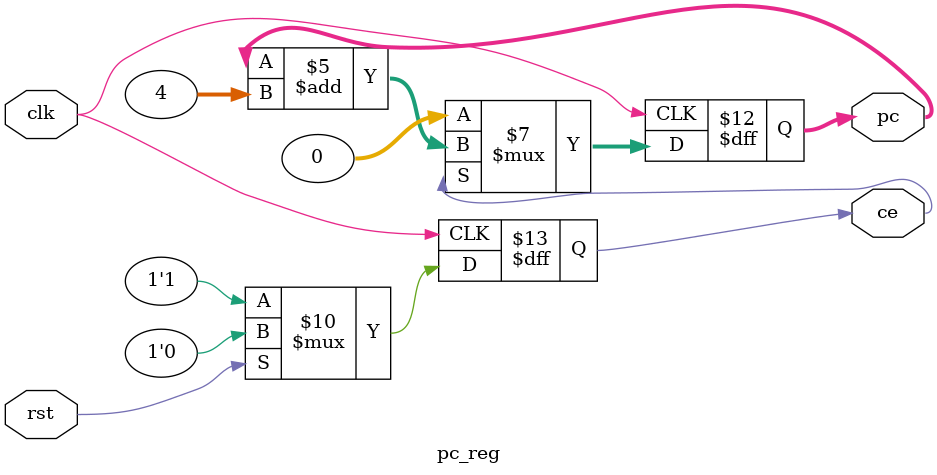
<source format=v>
`timescale 1ns / 1ps


module pc_reg(
         input wire clk,
         input wire rst,
         output reg[31:0] pc,//pc的宽度为6,对应rom的地址宽度为6位
         output reg ce//指令存储器使能信号
       );

always @(posedge clk)
  begin//在时钟信号上升沿触发
    if (rst == 1'b1)
      begin
        ce <= 1'b0; //复位信号有效时指令存储器使能信号无效
      end
    else
      begin
        ce <= 1'b1; //复位信号无效时指令存储器使能信号有效
      end
  end

always @(posedge clk)
  begin
    if (ce == 1'b0)
      begin
        pc <= 32'h0;//指令存储器使能信号无效时pc保持为0
      end
    else
      begin
        pc <= pc + 32'h4; //指令存储器使能信号有效时,pc在每个时钟加4
      end
  end
endmodule

</source>
